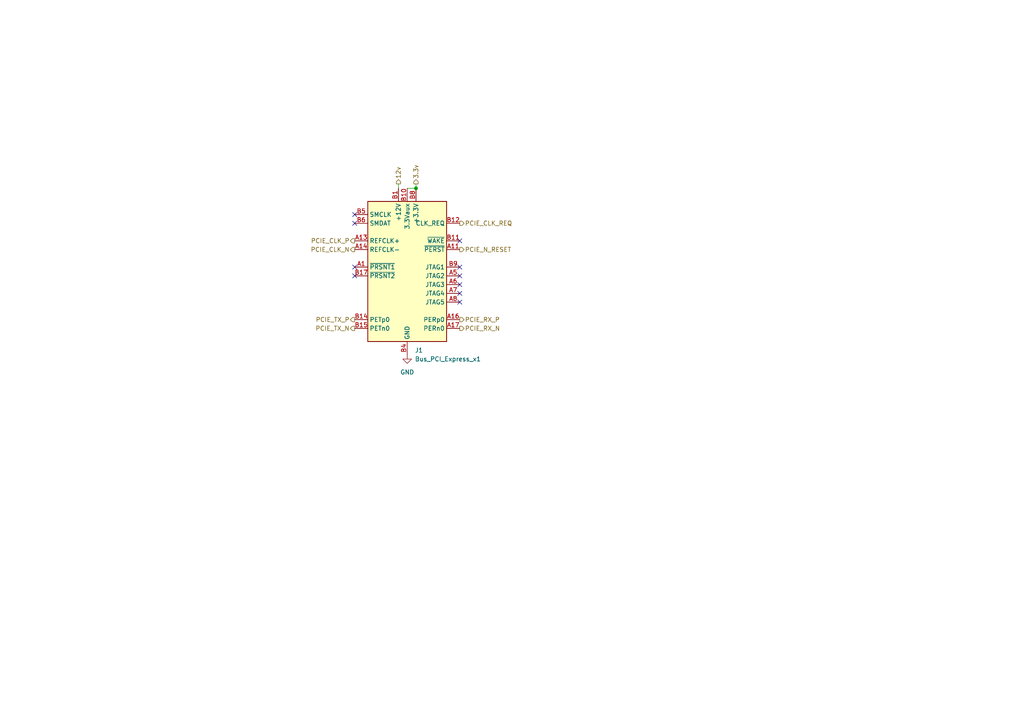
<source format=kicad_sch>
(kicad_sch (version 20230121) (generator eeschema)
  (paper "A4")
  (lib_symbols
    (symbol "Connector:Bus_PCI_Express_x1"
      (property "Reference" "J1" (at 2.1941 -21.59 0))
      (property "Value" "Bus_PCI_Express_x1" (at 2.1941 -24.13 0))
      (symbol "Bus_PCI_Express_x1_0_1"
        (rectangle (start -11.43 21.59) (end 11.43 -19.05) (stroke (width 0.254)) (fill (type background)))
      )
      (symbol "Bus_PCI_Express_x1_1_1"
        (pin passive line (at -15.24 2.54 0) (length 3.81) (name "~{PRSNT1}") (number "A1"))
        (pin passive line (at 2.54 25.4 270) (length 3.81) hide (name "+3.3V") (number "A10"))
        (pin input line (at 15.24 7.62 180) (length 3.81) (name "~{PERST}") (number "A11"))
        (pin passive line (at 0 -22.86 90) (length 3.81) hide (name "GND") (number "A12"))
        (pin input line (at -15.24 10.16 0) (length 3.81) (name "REFCLK+") (number "A13"))
        (pin input line (at -15.24 7.62 0) (length 3.81) (name "REFCLK-") (number "A14"))
        (pin passive line (at 0 -22.86 90) (length 3.81) hide (name "GND") (number "A15"))
        (pin output line (at 15.24 -12.7 180) (length 3.81) (name "PERp0") (number "A16"))
        (pin output line (at 15.24 -15.24 180) (length 3.81) (name "PERn0") (number "A17"))
        (pin passive line (at 0 -22.86 90) (length 3.81) hide (name "GND") (number "A18"))
        (pin passive line (at -2.54 25.4 270) (length 3.81) hide (name "+12V") (number "A2"))
        (pin passive line (at -2.54 25.4 270) (length 3.81) hide (name "+12V") (number "A3"))
        (pin passive line (at 0 -22.86 90) (length 3.81) hide (name "GND") (number "A4"))
        (pin input line (at 15.24 0 180) (length 3.81) (name "JTAG2") (number "A5"))
        (pin input line (at 15.24 -2.54 180) (length 3.81) (name "JTAG3") (number "A6"))
        (pin output line (at 15.24 -5.08 180) (length 3.81) (name "JTAG4") (number "A7"))
        (pin input line (at 15.24 -7.62 180) (length 3.81) (name "JTAG5") (number "A8"))
        (pin passive line (at 2.54 25.4 270) (length 3.81) hide (name "+3.3V") (number "A9"))
        (pin power_in line (at -2.54 25.4 270) (length 3.81) (name "+12V") (number "B1"))
        (pin power_in line (at 0 25.4 270) (length 3.81) (name "3.3Vaux") (number "B10"))
        (pin open_collector line (at 15.24 10.16 180) (length 3.81) (name "~{WAKE}") (number "B11"))
        (pin passive line (at 15.24 15.24 180) (length 3.81) (name "CLK_REQ") (number "B12"))
        (pin passive line (at 0 -22.86 90) (length 3.81) hide (name "GND") (number "B13"))
        (pin input line (at -15.24 -12.7 0) (length 3.81) (name "PETp0") (number "B14"))
        (pin input line (at -15.24 -15.24 0) (length 3.81) (name "PETn0") (number "B15"))
        (pin passive line (at 0 -22.86 90) (length 3.81) hide (name "GND") (number "B16"))
        (pin passive line (at -15.24 0 0) (length 3.81) (name "~{PRSNT2}") (number "B17"))
        (pin passive line (at 0 -22.86 90) (length 3.81) hide (name "GND") (number "B18"))
        (pin passive line (at -2.54 25.4 270) (length 3.81) hide (name "+12V") (number "B2"))
        (pin passive line (at -2.54 25.4 270) (length 3.81) hide (name "+12V") (number "B3"))
        (pin power_in line (at 0 -22.86 90) (length 3.81) (name "GND") (number "B4"))
        (pin input line (at -15.24 17.78 0) (length 3.81) (name "SMCLK") (number "B5"))
        (pin bidirectional line (at -15.24 15.24 0) (length 3.81) (name "SMDAT") (number "B6"))
        (pin passive line (at 0 -22.86 90) (length 3.81) hide (name "GND") (number "B7"))
        (pin power_in line (at 2.54 25.4 270) (length 3.81) (name "+3.3V") (number "B8"))
        (pin input line (at 15.24 2.54 180) (length 3.81) (name "JTAG1") (number "B9"))
      )
    )
    (symbol "power:GND" (power) (pin_names (offset 0))
      (property "Value" "GND" (at 0 -3.81 0))
      (symbol "GND_0_1"
        (polyline (pts (xy 0 0) (xy 0 -1.27) (xy 1.27 -1.27) (xy 0 -2.54) (xy -1.27 -1.27) (xy 0 -1.27)))
      )
      (symbol "GND_1_1"
        (pin power_in line (at 0 0 270) (length 0) hide (name "GND") (number "1"))
      )
    )
  )
  (junction (at 120.65 54.61))
  (no_connect (at 133.35 87.63))
  (no_connect (at 133.35 77.47))
  (no_connect (at 133.35 69.85))
  (no_connect (at 133.35 82.55))
  (no_connect (at 102.87 64.77))
  (no_connect (at 133.35 85.09))
  (no_connect (at 102.87 77.47))
  (no_connect (at 133.35 80.01))
  (no_connect (at 102.87 62.23))
  (no_connect (at 102.87 80.01))
  (wire (pts (xy 120.65 53.34) (xy 120.65 54.61)))
  (wire (pts (xy 115.57 53.34) (xy 115.57 54.61)))
  (wire (pts (xy 118.11 54.61) (xy 120.65 54.61)))
  (hierarchical_label "PCIE_N_RESET" (shape output) (at 133.35 72.39 0))
  (hierarchical_label "12v" (shape output) (at 115.57 53.34 90))
  (hierarchical_label "3.3v" (shape output) (at 120.65 53.34 90))
  (hierarchical_label "PCIE_TX_N" (shape output) (at 102.87 95.25 180))
  (hierarchical_label "PCIE_TX_P" (shape output) (at 102.87 92.71 180))
  (hierarchical_label "PCIE_CLK_P" (shape output) (at 102.87 69.85 180))
  (hierarchical_label "PCIE_CLK_REQ" (shape output) (at 133.35 64.77 0))
  (hierarchical_label "PCIE_CLK_N" (shape output) (at 102.87 72.39 180))
  (hierarchical_label "PCIE_RX_P" (shape output) (at 133.35 92.71 0))
  (hierarchical_label "PCIE_RX_N" (shape output) (at 133.35 95.25 0))
  (symbol (lib_id "power:GND") (at 118.11 102.87 0) (unit 1)
    (property "Reference" "#PWR08" (effects hide))
    (property "Value" "GND" (at 118.11 107.95 0))
  )
  (symbol (lib_id "Connector:Bus_PCI_Express_x1") (at 118.11 80.01 0) (unit 1)
    (property "Reference" "J1" (at 120.3041 101.6 0) (effects (justify left)))
    (property "Value" "Bus_PCI_Express_x1" (at 120.3041 104.14 0) (effects (justify left)))
    (property "Footprint" "Connector_PCBEdge:BUS_PCIexpress_x1" (effects hide))
    (property "Datasheet" "http://www.ritrontek.com/uploadfile/2016/1026/20161026105231124.pdf#page=63" (effects hide))
  )
)
</source>
